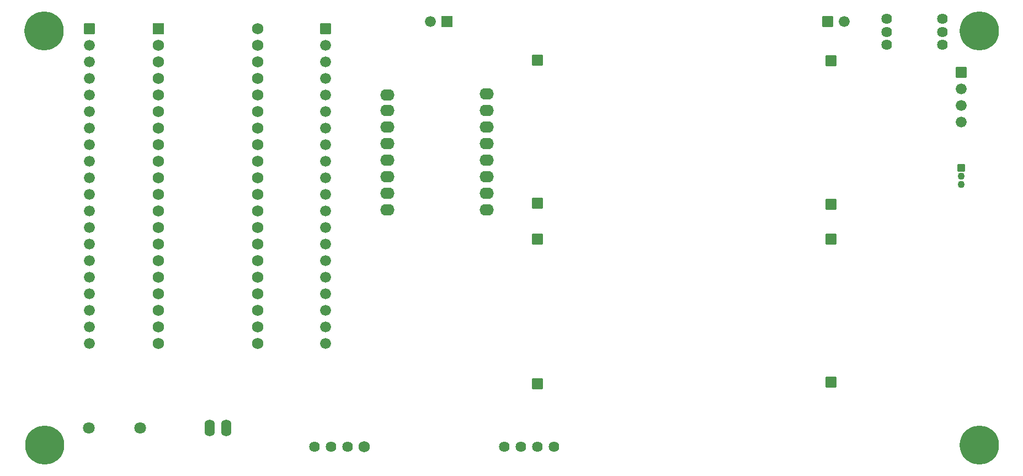
<source format=gbs>
G04 Layer: BottomSolderMaskLayer*
G04 EasyEDA v6.5.28, 2023-05-24 19:42:16*
G04 Gerber Generator version 0.2*
G04 Scale: 100 percent, Rotated: No, Reflected: No *
G04 Dimensions in millimeters *
G04 leading zeros omitted , absolute positions ,4 integer and 5 decimal *
%FSLAX45Y45*%
%MOMM*%

%AMMACRO1*1,1,$1,$2,$3*1,1,$1,$4,$5*1,1,$1,0-$2,0-$3*1,1,$1,0-$4,0-$5*20,1,$1,$2,$3,$4,$5,0*20,1,$1,$4,$5,0-$2,0-$3,0*20,1,$1,0-$2,0-$3,0-$4,0-$5,0*20,1,$1,0-$4,0-$5,$2,$3,0*4,1,4,$2,$3,$4,$5,0-$2,0-$3,0-$4,0-$5,$2,$3,0*%
%ADD10C,6.0000*%
%ADD11C,1.4000*%
%ADD12C,1.8016*%
%ADD13C,1.6764*%
%ADD14MACRO1,0.1016X0.7874X0.7874X0.7874X-0.7874*%
%ADD15R,1.6764X1.6764*%
%ADD16O,1.6015970000000002X2.601595*%
%ADD17C,1.6256*%
%ADD18C,1.7272*%
%ADD19MACRO1,0.2032X0.762X0.762X0.762X-0.762*%
%ADD20O,2.2031959999999997X1.743202*%
%ADD21MACRO1,0.1016X0.5X0.5X0.5X-0.5*%
%ADD22C,1.1016*%

%LPD*%
D10*
G01*
X457200Y6350000D03*
D11*
G01*
X457200Y6579996D03*
G01*
X457200Y6120003D03*
G01*
X227203Y6350000D03*
G01*
X687196Y6350000D03*
G01*
X619912Y6512687D03*
G01*
X294512Y6187287D03*
G01*
X619912Y6187287D03*
G01*
X294512Y6512687D03*
D10*
G01*
X469900Y0D03*
D11*
G01*
X469900Y229996D03*
G01*
X469900Y-229996D03*
G01*
X239903Y0D03*
G01*
X699896Y0D03*
G01*
X632612Y162687D03*
G01*
X307212Y-162712D03*
G01*
X632612Y-162712D03*
G01*
X307212Y162687D03*
D10*
G01*
X14808200Y6350000D03*
D11*
G01*
X14808200Y6579996D03*
G01*
X14808200Y6120003D03*
G01*
X14578202Y6350000D03*
G01*
X15038197Y6350000D03*
G01*
X14970912Y6512687D03*
G01*
X14645513Y6187287D03*
G01*
X14970912Y6187287D03*
G01*
X14645513Y6512687D03*
D10*
G01*
X14808200Y0D03*
D11*
G01*
X14808200Y229996D03*
G01*
X14808200Y-229996D03*
G01*
X14578202Y0D03*
G01*
X15038197Y0D03*
G01*
X14970912Y162687D03*
G01*
X14645513Y-162712D03*
G01*
X14970912Y-162712D03*
G01*
X14645513Y162687D03*
D12*
G01*
X1147038Y266700D03*
G01*
X1937004Y266700D03*
D13*
G01*
X1155700Y1562100D03*
G01*
X1155700Y1816100D03*
G01*
X1155700Y2070100D03*
G01*
X1155700Y2324100D03*
G01*
X1155700Y2578100D03*
G01*
X1155700Y2832100D03*
G01*
X1155700Y3086100D03*
G01*
X1155700Y3340100D03*
G01*
X1155700Y3594100D03*
G01*
X1155700Y3848100D03*
G01*
X1155700Y4102100D03*
G01*
X1155700Y4356100D03*
G01*
X1155700Y4610100D03*
G01*
X1155700Y4864100D03*
G01*
X1155700Y5118100D03*
G01*
X1155700Y5372100D03*
G01*
X1155700Y5626100D03*
G01*
X1155700Y5880100D03*
G01*
X1155700Y6134100D03*
D14*
G01*
X1155700Y6388100D03*
D13*
G01*
X4775200Y1562100D03*
G01*
X4775200Y1816100D03*
G01*
X4775200Y2070100D03*
G01*
X4775200Y2324100D03*
G01*
X4775200Y2578100D03*
G01*
X4775200Y2832100D03*
G01*
X4775200Y3086100D03*
G01*
X4775200Y3340100D03*
G01*
X4775200Y3594100D03*
G01*
X4775200Y3848100D03*
G01*
X4775200Y4102100D03*
G01*
X4775200Y4356100D03*
G01*
X4775200Y4610100D03*
G01*
X4775200Y4864100D03*
G01*
X4775200Y5118100D03*
G01*
X4775200Y5372100D03*
G01*
X4775200Y5626100D03*
G01*
X4775200Y5880100D03*
G01*
X4775200Y6134100D03*
D14*
G01*
X4775200Y6388100D03*
G01*
X12484100Y6494780D03*
D13*
G01*
X12738100Y6494779D03*
D15*
G01*
X6642100Y6497320D03*
D13*
G01*
X6388100Y6497320D03*
D14*
G01*
X14528800Y5715000D03*
D13*
G01*
X14528800Y5461000D03*
G01*
X14528800Y5207000D03*
G01*
X14528800Y4953000D03*
D14*
G01*
X12534900Y5892800D03*
G01*
X12534900Y3695700D03*
G01*
X8026400Y5905500D03*
G01*
X8026400Y3708400D03*
G01*
X8026400Y939800D03*
G01*
X8026400Y3162300D03*
G01*
X12534900Y965200D03*
G01*
X12534900Y3162300D03*
D16*
G01*
X3251200Y266700D03*
G01*
X2997200Y266700D03*
D17*
G01*
X13392607Y6537299D03*
G01*
X13392607Y6337300D03*
G01*
X13392607Y6137300D03*
G01*
X14242592Y6537274D03*
G01*
X14242592Y6337274D03*
G01*
X14242592Y6137275D03*
D18*
G01*
X2209800Y4102100D03*
G01*
X2209800Y2578100D03*
G01*
X2209800Y2832100D03*
G01*
X2209800Y3086100D03*
G01*
X2209800Y3340100D03*
G01*
X2209800Y3594100D03*
G01*
X2209800Y3848100D03*
G01*
X2209800Y4356100D03*
G01*
X2209800Y4610100D03*
G01*
X2209800Y4864100D03*
G01*
X2209800Y5118100D03*
G01*
X2209800Y5372100D03*
G01*
X2209800Y5626100D03*
G01*
X2209800Y5880100D03*
G01*
X2209800Y6134100D03*
D19*
G01*
X2209800Y6388100D03*
D18*
G01*
X2209800Y1562100D03*
G01*
X2209800Y1816100D03*
G01*
X2209800Y2070100D03*
G01*
X2209800Y2324100D03*
G01*
X3733800Y4102100D03*
G01*
X3733800Y2578100D03*
G01*
X3733800Y2832100D03*
G01*
X3733800Y3086100D03*
G01*
X3733800Y3340100D03*
G01*
X3733800Y3594100D03*
G01*
X3733800Y3848100D03*
G01*
X3733800Y4356100D03*
G01*
X3733800Y4610100D03*
G01*
X3733800Y4864100D03*
G01*
X3733800Y5118100D03*
G01*
X3733800Y5372100D03*
G01*
X3733800Y5626100D03*
G01*
X3733800Y5880100D03*
G01*
X3733800Y6134100D03*
G01*
X3733800Y6388100D03*
G01*
X3733800Y1562100D03*
G01*
X3733800Y1816100D03*
G01*
X3733800Y2070100D03*
G01*
X3733800Y2324100D03*
D20*
G01*
X7251700Y5384800D03*
G01*
X7251700Y5130800D03*
G01*
X7251700Y4876800D03*
G01*
X7251700Y4622800D03*
G01*
X7251700Y4368800D03*
G01*
X7251700Y4114800D03*
G01*
X7251700Y3860800D03*
G01*
X7251700Y3606800D03*
G01*
X5727700Y5372100D03*
G01*
X5727700Y5130800D03*
G01*
X5727700Y4876800D03*
G01*
X5727700Y4622800D03*
G01*
X5727700Y4368800D03*
G01*
X5727700Y4114800D03*
G01*
X5727700Y3860800D03*
G01*
X5727700Y3606800D03*
D17*
G01*
X4610100Y-25400D03*
G01*
X4864100Y-25400D03*
G01*
X5118100Y-25400D03*
D18*
G01*
X5372100Y-25400D03*
D17*
G01*
X7518400Y-25400D03*
G01*
X7772400Y-25400D03*
G01*
X8026400Y-25400D03*
G01*
X8280400Y-25400D03*
D21*
G01*
X14529302Y4254500D03*
D22*
G01*
X14529308Y4127500D03*
G01*
X14529308Y4000500D03*
M02*

</source>
